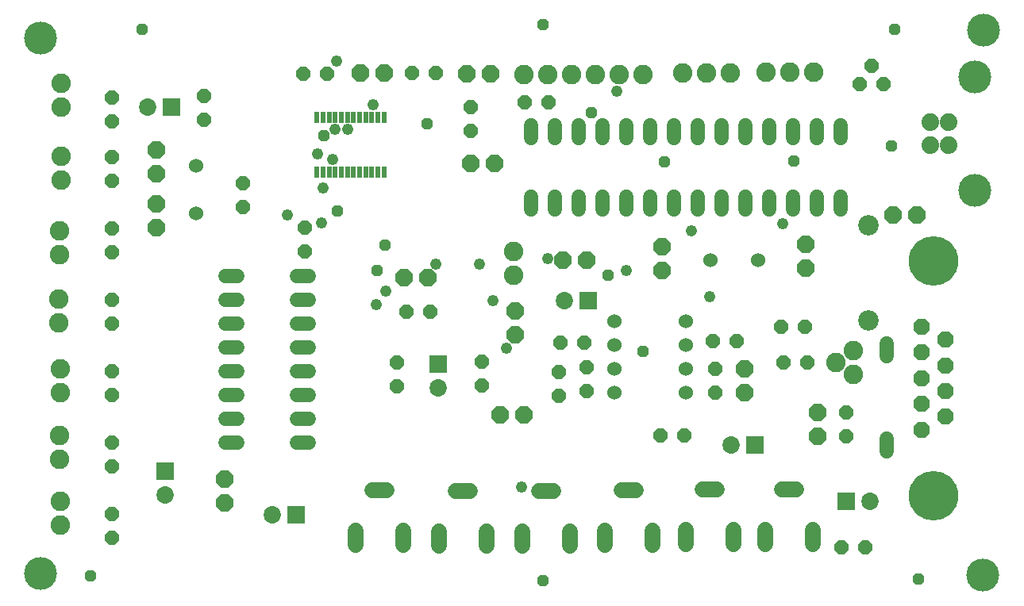
<source format=gts>
G75*
G70*
%OFA0B0*%
%FSLAX24Y24*%
%IPPOS*%
%LPD*%
%AMOC8*
5,1,8,0,0,1.08239X$1,22.5*
%
%ADD10C,0.0600*%
%ADD11C,0.0820*%
%ADD12C,0.0740*%
%ADD13C,0.1380*%
%ADD14R,0.0730X0.0730*%
%ADD15C,0.0730*%
%ADD16C,0.0600*%
%ADD17C,0.0860*%
%ADD18OC8,0.0600*%
%ADD19OC8,0.0710*%
%ADD20C,0.0680*%
%ADD21OC8,0.0680*%
%ADD22C,0.2080*%
%ADD23R,0.0200X0.0470*%
%ADD24C,0.0480*%
%ADD25OC8,0.0476*%
%ADD26C,0.0476*%
D10*
X009431Y007272D02*
X009951Y007272D01*
X009951Y008272D02*
X009431Y008272D01*
X009431Y009272D02*
X009951Y009272D01*
X009951Y010272D02*
X009431Y010272D01*
X009431Y011272D02*
X009951Y011272D01*
X009951Y012272D02*
X009431Y012272D01*
X009431Y013272D02*
X009951Y013272D01*
X009951Y014272D02*
X009431Y014272D01*
X012431Y014272D02*
X012951Y014272D01*
X012951Y013272D02*
X012431Y013272D01*
X012431Y012272D02*
X012951Y012272D01*
X012951Y011272D02*
X012431Y011272D01*
X012431Y010272D02*
X012951Y010272D01*
X012951Y009272D02*
X012431Y009272D01*
X012431Y008272D02*
X012951Y008272D01*
X012951Y007272D02*
X012431Y007272D01*
X022262Y017067D02*
X022262Y017587D01*
X023262Y017587D02*
X023262Y017067D01*
X024262Y017067D02*
X024262Y017587D01*
X025262Y017587D02*
X025262Y017067D01*
X026262Y017067D02*
X026262Y017587D01*
X027262Y017587D02*
X027262Y017067D01*
X028262Y017067D02*
X028262Y017587D01*
X029262Y017587D02*
X029262Y017067D01*
X030262Y017067D02*
X030262Y017587D01*
X031262Y017587D02*
X031262Y017067D01*
X032262Y017067D02*
X032262Y017587D01*
X033262Y017587D02*
X033262Y017067D01*
X034262Y017067D02*
X034262Y017587D01*
X035262Y017587D02*
X035262Y017067D01*
X035262Y020067D02*
X035262Y020587D01*
X034262Y020587D02*
X034262Y020067D01*
X033262Y020067D02*
X033262Y020587D01*
X032262Y020587D02*
X032262Y020067D01*
X031262Y020067D02*
X031262Y020587D01*
X030262Y020587D02*
X030262Y020067D01*
X029262Y020067D02*
X029262Y020587D01*
X028262Y020587D02*
X028262Y020067D01*
X027262Y020067D02*
X027262Y020587D01*
X026262Y020587D02*
X026262Y020067D01*
X025262Y020067D02*
X025262Y020587D01*
X024262Y020587D02*
X024262Y020067D01*
X023262Y020067D02*
X023262Y020587D01*
X022262Y020587D02*
X022262Y020067D01*
X037199Y011430D02*
X037199Y010910D01*
X037199Y007430D02*
X037199Y006910D01*
D11*
X035825Y010119D03*
X035075Y010619D03*
X035825Y011119D03*
X021546Y014288D03*
X021546Y015288D03*
X021987Y022725D03*
X022987Y022725D03*
X023987Y022725D03*
X024987Y022725D03*
X025987Y022725D03*
X026987Y022725D03*
X028632Y022804D03*
X029632Y022804D03*
X030632Y022804D03*
X032160Y022843D03*
X033160Y022843D03*
X034160Y022843D03*
X002537Y022373D03*
X002537Y021373D03*
X002550Y019284D03*
X002550Y018284D03*
X002487Y016158D03*
X002487Y015158D03*
X002455Y013300D03*
X002455Y012300D03*
X002526Y010347D03*
X002526Y009347D03*
X002479Y007552D03*
X002479Y006552D03*
X002511Y004810D03*
X002511Y003810D03*
D12*
X039045Y019752D03*
X039825Y019752D03*
X039825Y020737D03*
X039045Y020737D03*
D13*
X001691Y001772D03*
X040895Y017875D03*
X040895Y022615D03*
X041274Y024587D03*
X001691Y024272D03*
X041235Y001693D03*
D14*
X035516Y004809D03*
X031689Y007171D03*
X024668Y013225D03*
X018382Y010558D03*
X012422Y004234D03*
X006922Y006047D03*
X007176Y021367D03*
D15*
X006176Y021367D03*
X023668Y013225D03*
X018382Y009558D03*
X011422Y004234D03*
X006922Y005047D03*
X030689Y007171D03*
X036516Y004809D03*
D16*
X028766Y009367D03*
X028766Y010367D03*
X028766Y011367D03*
X028766Y012367D03*
X025766Y012367D03*
X025766Y011367D03*
X025766Y010367D03*
X025766Y009367D03*
X029802Y014945D03*
X031802Y014945D03*
X008215Y016898D03*
X008215Y018898D03*
D17*
X036456Y016397D03*
X036456Y012397D03*
D18*
X033762Y012123D03*
X032762Y012123D03*
X030922Y011518D03*
X029922Y011518D03*
X030003Y010367D03*
X030003Y009367D03*
X032880Y010626D03*
X033880Y010626D03*
X035506Y008528D03*
X035506Y007528D03*
X028698Y007565D03*
X027698Y007565D03*
X024609Y009434D03*
X023459Y009221D03*
X023459Y010221D03*
X024609Y010434D03*
X024510Y011453D03*
X023510Y011453D03*
X020212Y010648D03*
X020212Y009648D03*
X016633Y009635D03*
X016633Y010635D03*
X017059Y012770D03*
X018059Y012770D03*
X012780Y015287D03*
X012780Y016287D03*
X010180Y017162D03*
X010180Y018162D03*
X008530Y020830D03*
X008530Y021830D03*
X004691Y021772D03*
X004691Y020772D03*
X004691Y019272D03*
X004691Y018272D03*
X004691Y016272D03*
X004691Y015272D03*
X004691Y013272D03*
X004691Y012272D03*
X004691Y010272D03*
X004691Y009272D03*
X004691Y007272D03*
X004691Y006272D03*
X004691Y004272D03*
X004691Y003272D03*
X035321Y002871D03*
X036321Y002871D03*
X019739Y020367D03*
X019739Y021367D03*
X018266Y022800D03*
X017266Y022800D03*
X013699Y022760D03*
X012699Y022760D03*
X022026Y021579D03*
X023026Y021579D03*
X036081Y022343D03*
X037081Y022343D03*
X036581Y023093D03*
D19*
X037463Y016840D03*
X038463Y016840D03*
X033820Y015580D03*
X033820Y014580D03*
X027772Y014501D03*
X027772Y015501D03*
X024605Y014945D03*
X023605Y014945D03*
X021609Y012780D03*
X021609Y011780D03*
X017952Y014204D03*
X016952Y014204D03*
X019729Y018993D03*
X020729Y018993D03*
X020566Y022764D03*
X019566Y022764D03*
X016125Y022804D03*
X015125Y022804D03*
X006534Y019548D03*
X006534Y018548D03*
X006534Y017296D03*
X006534Y016296D03*
X020971Y008434D03*
X021971Y008434D03*
X031239Y009367D03*
X031239Y010367D03*
X034296Y008541D03*
X034296Y007541D03*
X009396Y005724D03*
X009396Y004724D03*
D20*
X014920Y003556D02*
X014920Y002956D01*
X016920Y002956D02*
X016920Y003556D01*
X018420Y003517D02*
X018420Y002917D01*
X020420Y002917D02*
X020420Y003517D01*
X021920Y003517D02*
X021920Y002917D01*
X023920Y002917D02*
X023920Y003517D01*
X025380Y003556D02*
X025380Y002956D01*
X027380Y002956D02*
X027380Y003556D01*
X028762Y003596D02*
X028762Y002996D01*
X030762Y002996D02*
X030762Y003596D01*
X032105Y003596D02*
X032105Y002996D01*
X034105Y002996D02*
X034105Y003596D01*
X033405Y005296D02*
X032805Y005296D01*
X030062Y005296D02*
X029462Y005296D01*
X026680Y005256D02*
X026080Y005256D01*
X023220Y005217D02*
X022620Y005217D01*
X019720Y005217D02*
X019120Y005217D01*
X016220Y005256D02*
X015620Y005256D01*
D21*
X038668Y007809D03*
X039668Y008349D03*
X038668Y008889D03*
X039668Y009429D03*
X038668Y009969D03*
X039668Y010509D03*
X038668Y011049D03*
X039668Y011589D03*
X038668Y012129D03*
D22*
X039168Y014899D03*
X039168Y005039D03*
D23*
X016099Y018623D03*
X015843Y018623D03*
X015587Y018623D03*
X015331Y018623D03*
X015075Y018623D03*
X014819Y018623D03*
X014564Y018623D03*
X014308Y018623D03*
X014052Y018623D03*
X013796Y018623D03*
X013540Y018623D03*
X013284Y018623D03*
X013284Y020921D03*
X013540Y020921D03*
X013796Y020921D03*
X014052Y020921D03*
X014308Y020921D03*
X014564Y020921D03*
X014819Y020921D03*
X015075Y020921D03*
X015331Y020921D03*
X015587Y020921D03*
X015843Y020921D03*
X016099Y020921D03*
D24*
X015631Y021472D03*
X014591Y020432D03*
X014031Y020432D03*
X013311Y019392D03*
X013951Y019152D03*
X013551Y017952D03*
X012031Y016832D03*
X013471Y016512D03*
X018271Y014752D03*
X020111Y014752D03*
X020671Y013232D03*
X021231Y011232D03*
X016191Y013632D03*
X015791Y013072D03*
X022991Y014992D03*
X026271Y014512D03*
X029791Y013392D03*
X032857Y016464D03*
X025871Y022032D03*
X014111Y023312D03*
X021871Y005392D03*
D25*
X022790Y001453D03*
X038538Y001532D03*
X026963Y011099D03*
X025506Y014288D03*
X027869Y019052D03*
X024798Y021138D03*
X022790Y024839D03*
X017908Y020666D03*
X013577Y020154D03*
X014129Y017004D03*
X016136Y015548D03*
X015821Y014485D03*
X033302Y019091D03*
X037396Y019721D03*
X037554Y024642D03*
X005940Y024642D03*
X003774Y001650D03*
D26*
X029023Y016178D03*
M02*

</source>
